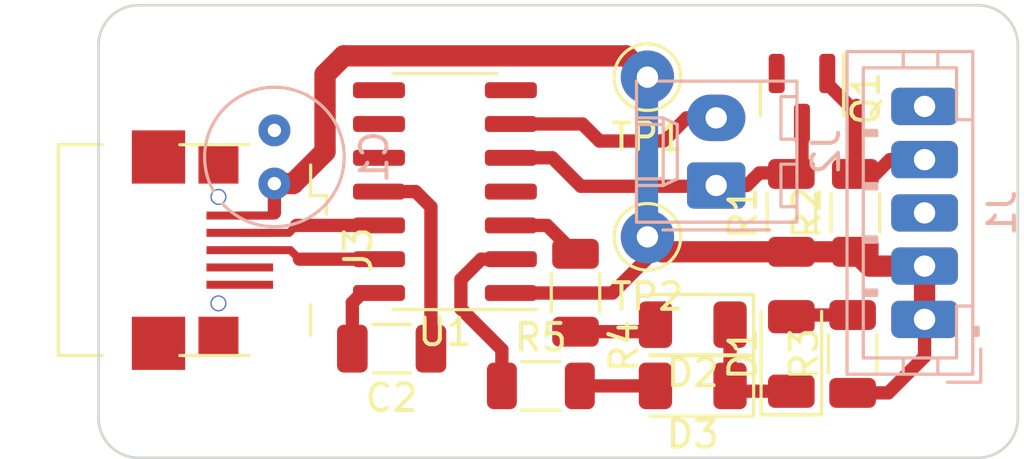
<source format=kicad_pcb>
(kicad_pcb (version 20211014) (generator pcbnew)
  (layers (0 "F.Cu" signal) (31 "B.Cu" signal) (34 "B.Paste" user) (35 "F.Paste" user) (36 "B.SilkS" user "B.Silkscreen") (37 "F.SilkS" user "F.Silkscreen") (38 "B.Mask" user) (39 "F.Mask" user) (44 "Edge.Cuts" user))
  (net 0 "")
  (net 1 "+5V")
  (net 2 "GND")
  (net 3 "Net-(C2-Pad1)")
  (net 4 "Net-(D1-Pad2)")
  (net 5 "Net-(J1-Pad4)")
  (net 6 "Net-(U1-Pad5)")
  (net 7 "Net-(J2-Pad2)")
  (net 8 "Net-(J3-Pad2)")
  (net 9 "Net-(J3-Pad3)")
  (net 16 "Net-(D2-Pad2)")
  (net 17 "Net-(D3-Pad2)")
  (net 18 "Net-(U1-Pad3)")
  (net 19 "Net-(U1-Pad2)")
  (footprint "Connector_Pin:Pin_D1.0mm_L10.0mm" (layer "F.Cu") (at 126.1 103.7)
    (fp_text reference "TP1" (at 0 2.25) (layer "F.SilkS"))
    (fp_text value "TestPoint")
    (fp_circle (center 0 0) (end 1.25 0.05) (layer "F.SilkS") (width 0.12) (fill none))
    (pad "1" thru_hole circle (at 0 0) (size 2 2) (drill 0.8) (layers *.Cu *.Mask) (net 1 "+5V"))
  )
  (footprint "Package_TO_SOT_SMD:SOT-23" (layer "F.Cu") (at 131.9 104.5 -90)
    (fp_text reference "Q1" (at 0 -2.4 90) (layer "F.SilkS"))
    (fp_text value "MMBF170")
    (fp_line (start 0 1.56) (end -0.65 1.56) (layer "F.SilkS") (width 0.12))
    (fp_line (start 0 1.56) (end 0.65 1.56) (layer "F.SilkS") (width 0.12))
    (fp_line (start 0 -1.56) (end -1.675 -1.56) (layer "F.SilkS") (width 0.12))
    (fp_line (start 0 -1.56) (end 0.65 -1.56) (layer "F.SilkS") (width 0.12))
    (pad "1" smd roundrect (at -0.9375 -0.95 270) (size 1.475 0.6) (layers "F.Cu" "F.Paste" "F.Mask") (net 5 "Net-(J1-Pad4)"))
    (pad "2" smd roundrect (at -0.9375 0.95 270) (size 1.475 0.6) (layers "F.Cu" "F.Paste" "F.Mask") (net 2 "GND"))
    (pad "3" smd roundrect (at 0.9375 0 270) (size 1.475 0.6) (layers "F.Cu" "F.Paste" "F.Mask") (net 6 "Net-(U1-Pad5)"))
  )
  (footprint "Connector_USB:USB_Mini-B_Wuerth_65100516121_Horizontal" (layer "F.Cu") (at 110 110.2 -90)
    (fp_text reference "J3" (at 0 -5.25 90) (layer "F.SilkS"))
    (fp_text value "USB_B_Micro")
    (fp_line (start -2.05 -3.46) (end -2.05 -4.05) (layer "F.SilkS") (width 0.12))
    (fp_line (start 3.96 6.01) (end 3.96 4.35) (layer "F.SilkS") (width 0.12))
    (fp_line (start 2.05 -3.46) (end 3.2 -3.46) (layer "F.SilkS") (width 0.12))
    (fp_line (start 3.96 -1.15) (end 3.96 1.45) (layer "F.SilkS") (width 0.12))
    (fp_line (start -3.96 4.35) (end -3.96 6.01) (layer "F.SilkS") (width 0.12))
    (fp_line (start -3.2 -3.46) (end -2.05 -3.46) (layer "F.SilkS") (width 0.12))
    (fp_line (start -2.05 -4.05) (end -1.35 -4.05) (layer "F.SilkS") (width 0.12))
    (fp_line (start -3.96 1.45) (end -3.96 -1.15) (layer "F.SilkS") (width 0.12))
    (fp_line (start -3.96 6.01) (end 3.96 6.01) (layer "F.SilkS") (width 0.12))
    (pad "" np_thru_hole circle (at 2 0 270) (size 0.6 0.6) (drill 0.5) (layers F&B.Cu *.Mask))
    (pad "" np_thru_hole circle (at -2 0 270) (size 0.6 0.6) (drill 0.5) (layers F&B.Cu *.Mask))
    (pad "1" smd rect (at -1.3 -0.8 270) (size 0.3 2.5) (layers "F.Cu" "F.Paste" "F.Mask") (net 1 "+5V"))
    (pad "2" smd rect (at -0.65 -0.8 270) (size 0.3 2.5) (layers "F.Cu" "F.Paste" "F.Mask") (net 8 "Net-(J3-Pad2)"))
    (pad "3" smd rect (at 0 -0.8 270) (size 0.3 2.5) (layers "F.Cu" "F.Paste" "F.Mask") (net 9 "Net-(J3-Pad3)"))
    (pad "4" smd rect (at 0.65 -0.8 270) (size 0.3 2.5) (layers "F.Cu" "F.Paste" "F.Mask"))
    (pad "5" smd rect (at 1.3 -0.8 270) (size 0.3 2.5) (layers "F.Cu" "F.Paste" "F.Mask") (net 2 "GND"))
    (pad "6" smd rect (at 3.25 0 270) (size 1.5 1.5) (layers "F.Cu" "F.Paste" "F.Mask") (net 2 "GND"))
    (pad "6" smd rect (at -3.25 0 270) (size 1.5 1.5) (layers "F.Cu" "F.Paste" "F.Mask") (net 2 "GND"))
    (pad "6" smd rect (at -3.5 2.25 270) (size 2 2) (layers "F.Cu" "F.Paste" "F.Mask") (net 2 "GND"))
    (pad "6" smd rect (at 3.5 2.25 270) (size 2 2) (layers "F.Cu" "F.Paste" "F.Mask") (net 2 "GND"))
  )
  (footprint "LED_SMD:LED_1206_3216Metric" (layer "F.Cu") (at 127.8 115.3 180)
    (fp_text reference "D3" (at 0 -1.82) (layer "F.SilkS"))
    (fp_text value "LED")
    (fp_line (start -2.285 -1.135) (end -2.285 1.135) (layer "F.SilkS") (width 0.12))
    (fp_line (start -2.285 1.135) (end 1.6 1.135) (layer "F.SilkS") (width 0.12))
    (fp_line (start 1.6 -1.135) (end -2.285 -1.135) (layer "F.SilkS") (width 0.12))
    (pad "1" smd roundrect (at -1.4 0 180) (size 1.25 1.75) (layers "F.Cu" "F.Paste" "F.Mask") (roundrect_rratio 0.2) (net 2 "GND"))
    (pad "2" smd roundrect (at 1.4 0 180) (size 1.25 1.75) (layers "F.Cu" "F.Paste" "F.Mask") (roundrect_rratio 0.2) (net 17 "Net-(D3-Pad2)"))
  )
  (footprint "Resistor_SMD:R_1206_3216Metric" (layer "F.Cu") (at 133.9 108.8 90)
    (fp_text reference "R2" (at 0 -1.82 90) (layer "F.SilkS"))
    (fp_text value "10K")
    (fp_line (start -0.727064 -0.91) (end 0.727064 -0.91) (layer "F.SilkS") (width 0.12))
    (fp_line (start -0.727064 0.91) (end 0.727064 0.91) (layer "F.SilkS") (width 0.12))
    (pad "1" smd roundrect (at -1.4625 0 90) (size 1.125 1.75) (layers "F.Cu" "F.Paste" "F.Mask") (roundrect_rratio 0.2222222222) (net 1 "+5V"))
    (pad "2" smd roundrect (at 1.4625 0 90) (size 1.125 1.75) (layers "F.Cu" "F.Paste" "F.Mask") (roundrect_rratio 0.2222222222) (net 5 "Net-(J1-Pad4)"))
  )
  (footprint "Resistor_SMD:R_1206_3216Metric" (layer "F.Cu") (at 122.1 115.3)
    (fp_text reference "R5" (at 0 -1.82) (layer "F.SilkS"))
    (fp_text value "1K")
    (fp_line (start -0.727064 0.91) (end 0.727064 0.91) (layer "F.SilkS") (width 0.12))
    (fp_line (start -0.727064 -0.91) (end 0.727064 -0.91) (layer "F.SilkS") (width 0.12))
    (pad "1" smd roundrect (at -1.4625 0) (size 1.125 1.75) (layers "F.Cu" "F.Paste" "F.Mask") (roundrect_rratio 0.2222222222) (net 19 "Net-(U1-Pad2)"))
    (pad "2" smd roundrect (at 1.4625 0) (size 1.125 1.75) (layers "F.Cu" "F.Paste" "F.Mask") (roundrect_rratio 0.2222222222) (net 17 "Net-(D3-Pad2)"))
  )
  (footprint "Resistor_SMD:R_1206_3216Metric" (layer "F.Cu") (at 123.4 111.8 -90)
    (fp_text reference "R4" (at 2 -1.82 90) (layer "F.SilkS"))
    (fp_text value "1K")
    (fp_line (start -0.727064 0.91) (end 0.727064 0.91) (layer "F.SilkS") (width 0.12))
    (fp_line (start -0.727064 -0.91) (end 0.727064 -0.91) (layer "F.SilkS") (width 0.12))
    (pad "1" smd roundrect (at -1.4625 0 270) (size 1.125 1.75) (layers "F.Cu" "F.Paste" "F.Mask") (roundrect_rratio 0.2222222222) (net 18 "Net-(U1-Pad3)"))
    (pad "2" smd roundrect (at 1.4625 0 270) (size 1.125 1.75) (layers "F.Cu" "F.Paste" "F.Mask") (roundrect_rratio 0.2222222222) (net 16 "Net-(D2-Pad2)"))
  )
  (footprint "LED_SMD:LED_1206_3216Metric" (layer "F.Cu") (at 131.5 114.1 90)
    (fp_text reference "D1" (at 0 -1.82 90) (layer "F.SilkS"))
    (fp_text value "LED")
    (fp_line (start -2.285 1.135) (end 1.6 1.135) (layer "F.SilkS") (width 0.12))
    (fp_line (start -2.285 -1.135) (end -2.285 1.135) (layer "F.SilkS") (width 0.12))
    (fp_line (start 1.6 -1.135) (end -2.285 -1.135) (layer "F.SilkS") (width 0.12))
    (pad "1" smd roundrect (at -1.4 0 90) (size 1.25 1.75) (layers "F.Cu" "F.Paste" "F.Mask") (roundrect_rratio 0.2) (net 2 "GND"))
    (pad "2" smd roundrect (at 1.4 0 90) (size 1.25 1.75) (layers "F.Cu" "F.Paste" "F.Mask") (roundrect_rratio 0.2) (net 4 "Net-(D1-Pad2)"))
  )
  (footprint "LED_SMD:LED_1206_3216Metric" (layer "F.Cu") (at 127.8 113 180)
    (fp_text reference "D2" (at 0 -1.82) (layer "F.SilkS"))
    (fp_text value "LED")
    (fp_line (start -2.285 1.135) (end 1.6 1.135) (layer "F.SilkS") (width 0.12))
    (fp_line (start -2.285 -1.135) (end -2.285 1.135) (layer "F.SilkS") (width 0.12))
    (fp_line (start 1.6 -1.135) (end -2.285 -1.135) (layer "F.SilkS") (width 0.12))
    (pad "1" smd roundrect (at -1.4 0 180) (size 1.25 1.75) (layers "F.Cu" "F.Paste" "F.Mask") (roundrect_rratio 0.2) (net 2 "GND"))
    (pad "2" smd roundrect (at 1.4 0 180) (size 1.25 1.75) (layers "F.Cu" "F.Paste" "F.Mask") (roundrect_rratio 0.2) (net 16 "Net-(D2-Pad2)"))
  )
  (footprint "Capacitor_SMD:C_1206_3216Metric" (layer "F.Cu") (at 116.5 113.9 180)
    (fp_text reference "C2" (at 0 -1.85) (layer "F.SilkS"))
    (fp_text value "330n")
    (fp_line (start -0.711252 0.91) (end 0.711252 0.91) (layer "F.SilkS") (width 0.12))
    (fp_line (start -0.711252 -0.91) (end 0.711252 -0.91) (layer "F.SilkS") (width 0.12))
    (pad "1" smd roundrect (at -1.475 0 180) (size 1.15 1.8) (layers "F.Cu" "F.Paste" "F.Mask") (roundrect_rratio 0.2173913043) (net 3 "Net-(C2-Pad1)"))
    (pad "2" smd roundrect (at 1.475 0 180) (size 1.15 1.8) (layers "F.Cu" "F.Paste" "F.Mask") (roundrect_rratio 0.2173913043) (net 2 "GND"))
  )
  (footprint "Resistor_SMD:R_1206_3216Metric" (layer "F.Cu") (at 133.8 114.1 90)
    (fp_text reference "R3" (at 0 -1.82 90) (layer "F.SilkS"))
    (fp_text value "2k2")
    (fp_line (start -0.727064 0.91) (end 0.727064 0.91) (layer "F.SilkS") (width 0.12))
    (fp_line (start -0.727064 -0.91) (end 0.727064 -0.91) (layer "F.SilkS") (width 0.12))
    (pad "1" smd roundrect (at -1.4625 0 90) (size 1.125 1.75) (layers "F.Cu" "F.Paste" "F.Mask") (roundrect_rratio 0.2222222222) (net 1 "+5V"))
    (pad "2" smd roundrect (at 1.4625 0 90) (size 1.125 1.75) (layers "F.Cu" "F.Paste" "F.Mask") (roundrect_rratio 0.2222222222) (net 4 "Net-(D1-Pad2)"))
  )
  (footprint "Package_SO:SOIC-14_3.9x8.7mm_P1.27mm" (layer "F.Cu") (at 118.5 108 180)
    (fp_text reference "U1" (at 0 -5.28) (layer "F.SilkS"))
    (fp_text value "MCP2221AxSL")
    (fp_line (start 0 4.435) (end 1.95 4.435) (layer "F.SilkS") (width 0.12))
    (fp_line (start 0 -4.435) (end 1.95 -4.435) (layer "F.SilkS") (width 0.12))
    (fp_line (start 0 4.435) (end -1.95 4.435) (layer "F.SilkS") (width 0.12))
    (fp_line (start 0 -4.435) (end -3.45 -4.435) (layer "F.SilkS") (width 0.12))
    (pad "1" smd roundrect (at -2.475 -3.81 180) (size 1.95 0.6) (layers "F.Cu" "F.Paste" "F.Mask") (net 1 "+5V"))
    (pad "2" smd roundrect (at -2.475 -2.54 180) (size 1.95 0.6) (layers "F.Cu" "F.Paste" "F.Mask") (net 19 "Net-(U1-Pad2)"))
    (pad "3" smd roundrect (at -2.475 -1.27 180) (size 1.95 0.6) (layers "F.Cu" "F.Paste" "F.Mask") (net 18 "Net-(U1-Pad3)"))
    (pad "4" smd roundrect (at -2.475 0 180) (size 1.95 0.6) (layers "F.Cu" "F.Paste" "F.Mask"))
    (pad "5" smd roundrect (at -2.475 1.27 180) (size 1.95 0.6) (layers "F.Cu" "F.Paste" "F.Mask") (net 6 "Net-(U1-Pad5)"))
    (pad "6" smd roundrect (at -2.475 2.54 180) (size 1.95 0.6) (layers "F.Cu" "F.Paste" "F.Mask") (net 7 "Net-(J2-Pad2)"))
    (pad "7" smd roundrect (at -2.475 3.81 180) (size 1.95 0.6) (layers "F.Cu" "F.Paste" "F.Mask"))
    (pad "8" smd roundrect (at 2.475 3.81 180) (size 1.95 0.6) (layers "F.Cu" "F.Paste" "F.Mask"))
    (pad "9" smd roundrect (at 2.475 2.54 180) (size 1.95 0.6) (layers "F.Cu" "F.Paste" "F.Mask"))
    (pad "10" smd roundrect (at 2.475 1.27 180) (size 1.95 0.6) (layers "F.Cu" "F.Paste" "F.Mask"))
    (pad "11" smd roundrect (at 2.475 0 180) (size 1.95 0.6) (layers "F.Cu" "F.Paste" "F.Mask") (net 3 "Net-(C2-Pad1)"))
    (pad "12" smd roundrect (at 2.475 -1.27 180) (size 1.95 0.6) (layers "F.Cu" "F.Paste" "F.Mask") (net 8 "Net-(J3-Pad2)"))
    (pad "13" smd roundrect (at 2.475 -2.54 180) (size 1.95 0.6) (layers "F.Cu" "F.Paste" "F.Mask") (net 9 "Net-(J3-Pad3)"))
    (pad "14" smd roundrect (at 2.475 -3.81 180) (size 1.95 0.6) (layers "F.Cu" "F.Paste" "F.Mask") (net 2 "GND"))
  )
  (footprint "Resistor_SMD:R_1206_3216Metric" (layer "F.Cu") (at 131.5 108.8 90)
    (fp_text reference "R1" (at 0 -1.82 90) (layer "F.SilkS"))
    (fp_text value "10K")
    (fp_line (start -0.727064 -0.91) (end 0.727064 -0.91) (layer "F.SilkS") (width 0.12))
    (fp_line (start -0.727064 0.91) (end 0.727064 0.91) (layer "F.SilkS") (width 0.12))
    (pad "1" smd roundrect (at -1.4625 0 90) (size 1.125 1.75) (layers "F.Cu" "F.Paste" "F.Mask") (roundrect_rratio 0.2222222222) (net 1 "+5V"))
    (pad "2" smd roundrect (at 1.4625 0 90) (size 1.125 1.75) (layers "F.Cu" "F.Paste" "F.Mask") (roundrect_rratio 0.2222222222) (net 6 "Net-(U1-Pad5)"))
  )
  (footprint "Connector_Pin:Pin_D1.0mm_L10.0mm" (layer "F.Cu") (at 126.1 109.7)
    (fp_text reference "TP2" (at 0 2.25) (layer "F.SilkS"))
    (fp_text value "TestPoint")
    (fp_circle (center 0 0) (end 1.25 0.05) (layer "F.SilkS") (width 0.12) (fill none))
    (pad "1" thru_hole circle (at 0 0) (size 2 2) (drill 0.8) (layers *.Cu *.Mask) (net 1 "+5V"))
  )
  (footprint "Connector_JST:JST_PH_B5B-PH-K_1x05_P2.00mm_Vertical" (layer "B.Cu") (at 136.5 112.8 90)
    (fp_text reference "J1" (at 4 2.9 90) (layer "B.SilkS") (effects (justify mirror)))
    (fp_text value "Conn_01x05")
    (fp_line (start 4.9 -1.8) (end 5.1 -1.8) (layer "B.SilkS") (width 0.12))
    (fp_line (start 3.1 -1.8) (end 3.1 -2.3) (layer "B.SilkS") (width 0.12))
    (fp_line (start -2.36 2.11) (end -2.36 0.86) (layer "B.SilkS") (width 0.12))
    (fp_line (start 1 -2.3) (end 1 -1.8) (layer "B.SilkS") (width 0.12))
    (fp_line (start 6.9 -2.3) (end 6.9 -1.8) (layer "B.SilkS") (width 0.12))
    (fp_line (start 0.5 1.81) (end 0.5 1.2) (layer "B.SilkS") (width 0.12))
    (fp_line (start -2.06 0.5) (end -1.45 0.5) (layer "B.SilkS") (width 0.12))
    (fp_line (start 1.1 -1.8) (end 1.1 -2.3) (layer "B.SilkS") (width 0.12))
    (fp_line (start 3 -2.3) (end 3 -1.8) (layer "B.SilkS") (width 0.12))
    (fp_line (start 7.1 -1.8) (end 7.1 -2.3) (layer "B.SilkS") (width 0.12))
    (fp_line (start 7.5 1.2) (end 7.5 1.81) (layer "B.SilkS") (width 0.12))
    (fp_line (start 10.06 -0.8) (end 9.45 -0.8) (layer "B.SilkS") (width 0.12))
    (fp_line (start 9.45 -2.3) (end 9.45 1.2) (layer "B.SilkS") (width 0.12))
    (fp_line (start 4.9 -2.3) (end 4.9 -1.8) (layer "B.SilkS") (width 0.12))
    (fp_line (start -2.06 -2.91) (end 10.06 -2.91) (layer "B.SilkS") (width 0.12))
    (fp_line (start -1.11 2.11) (end -2.36 2.11) (layer "B.SilkS") (width 0.12))
    (fp_line (start -2.06 -0.8) (end -1.45 -0.8) (layer "B.SilkS") (width 0.12))
    (fp_line (start -1.45 -2.3) (end 9.45 -2.3) (layer "B.SilkS") (width 0.12))
    (fp_line (start 10.06 1.81) (end -2.06 1.81) (layer "B.SilkS") (width 0.12))
    (fp_line (start 5 -2.3) (end 5 -1.8) (layer "B.SilkS") (width 0.12))
    (fp_line (start 2.9 -2.3) (end 2.9 -1.8) (layer "B.SilkS") (width 0.12))
    (fp_line (start 0.9 -1.8) (end 1.1 -1.8) (layer "B.SilkS") (width 0.12))
    (fp_line (start -0.3 1.81) (end -0.3 2.01) (layer "B.SilkS") (width 0.12))
    (fp_line (start -0.3 1.91) (end -0.6 1.91) (layer "B.SilkS") (width 0.12))
    (fp_line (start 0.9 -2.3) (end 0.9 -1.8) (layer "B.SilkS") (width 0.12))
    (fp_line (start 7 -2.3) (end 7 -1.8) (layer "B.SilkS") (width 0.12))
    (fp_line (start -1.45 1.2) (end -1.45 -2.3) (layer "B.SilkS") (width 0.12))
    (fp_line (start 2.9 -1.8) (end 3.1 -1.8) (layer "B.SilkS") (width 0.12))
    (fp_line (start 10.06 0.5) (end 9.45 0.5) (layer "B.SilkS") (width 0.12))
    (fp_line (start 5.1 -1.8) (end 5.1 -2.3) (layer "B.SilkS") (width 0.12))
    (fp_line (start -0.3 2.01) (end -0.6 2.01) (layer "B.SilkS") (width 0.12))
    (fp_line (start -2.06 1.81) (end -2.06 -2.91) (layer "B.SilkS") (width 0.12))
    (fp_line (start 10.06 -2.91) (end 10.06 1.81) (layer "B.SilkS") (width 0.12))
    (fp_line (start 9.45 1.2) (end 7.5 1.2) (layer "B.SilkS") (width 0.12))
    (fp_line (start -0.6 2.01) (end -0.6 1.81) (layer "B.SilkS") (width 0.12))
    (fp_line (start 0.5 1.2) (end -1.45 1.2) (layer "B.SilkS") (width 0.12))
    (fp_line (start 6.9 -1.8) (end 7.1 -1.8) (layer "B.SilkS") (width 0.12))
    (pad "1" thru_hole roundrect (at 0 0 90) (size 1.4 2.5) (drill 0.8) (layers *.Cu *.Mask) (roundrect_rratio 0.2083328571) (net 1 "+5V"))
    (pad "2" thru_hole roundrect (at 2 0 90) (size 1.4 2.5) (drill 0.8) (layers *.Cu *.Mask) (roundrect_rratio 0.2083328571) (net 1 "+5V"))
    (pad "3" thru_hole roundrect (at 4 0 90) (size 1.4 2.5) (drill 0.8) (layers *.Cu *.Mask) (roundrect_rratio 0.2083328571) (net 2 "GND"))
    (pad "4" thru_hole roundrect (at 6 0 90) (size 1.4 2.5) (drill 0.8) (layers *.Cu *.Mask) (roundrect_rratio 0.2083328571) (net 5 "Net-(J1-Pad4)"))
    (pad "5" thru_hole roundrect (at 8 0 90) (size 1.4 2.5) (drill 0.8) (layers *.Cu *.Mask) (roundrect_rratio 0.2083328571) (net 2 "GND"))
  )
  (footprint "Connector_Molex:Molex_KK-254_AE-6410-02A_1x02_P2.54mm_Vertical" (layer "B.Cu") (at 128.68 107.77 90)
    (fp_text reference "J2" (at 1.27 4.12 90) (layer "B.SilkS") (effects (justify mirror)))
    (fp_text value "Conn_01x02")
    (fp_line (start -1.67 2) (end -1.67 -2) (layer "B.SilkS") (width 0.12))
    (fp_line (start 0 -2.99) (end 0 -1.99) (layer "B.SilkS") (width 0.12))
    (fp_line (start -0.8 3.03) (end -0.8 2.43) (layer "B.SilkS") (width 0.12))
    (fp_line (start -0.8 2.43) (end 0.8 2.43) (layer "B.SilkS") (width 0.12))
    (fp_line (start 2.29 -2.99) (end 2.29 -1.99) (layer "B.SilkS") (width 0.12))
    (fp_line (start -1.38 3.03) (end -1.38 -2.99) (layer "B.SilkS") (width 0.12))
    (fp_line (start 2.29 -1.46) (end 2.54 -1.99) (layer "B.SilkS") (width 0.12))
    (fp_line (start 0.25 -2.99) (end 0.25 -1.99) (layer "B.SilkS") (width 0.12))
    (fp_line (start 2.54 -1.99) (end 2.54 -2.99) (layer "B.SilkS") (width 0.12))
    (fp_line (start 0.8 2.43) (end 0.8 3.03) (layer "B.SilkS") (width 0.12))
    (fp_line (start 3.92 3.03) (end -1.38 3.03) (layer "B.SilkS") (width 0.12))
    (fp_line (start 0.25 -1.46) (end 2.29 -1.46) (layer "B.SilkS") (width 0.12))
    (fp_line (start 3.34 2.43) (end 3.34 3.03) (layer "B.SilkS") (width 0.12))
    (fp_line (start 3.92 -2.99) (end 3.92 3.03) (layer "B.SilkS") (width 0.12))
    (fp_line (start 0 -1.99) (end 0.25 -1.46) (layer "B.SilkS") (width 0.12))
    (fp_line (start 1.74 2.43) (end 3.34 2.43) (layer "B.SilkS") (width 0.12))
    (fp_line (start 1.74 3.03) (end 1.74 2.43) (layer "B.SilkS") (width 0.12))
    (fp_line (start 0 -1.99) (end 2.54 -1.99) (layer "B.SilkS") (width 0.12))
    (fp_line (start -1.38 -2.99) (end 3.92 -2.99) (layer "B.SilkS") (width 0.12))
    (pad "1" thru_hole roundrect (at 0 0 90) (size 1.74 2.19) (drill 0.8) (layers *.Cu *.Mask) (roundrect_rratio 0.1436781609) (net 6 "Net-(U1-Pad5)"))
    (pad "2" thru_hole oval (at 2.54 0 90) (size 1.74 2.19) (drill 0.8) (layers *.Cu *.Mask) (net 7 "Net-(J2-Pad2)"))
  )
  (footprint "Capacitor_THT:C_Radial_D5.0mm_H5.0mm_P2.00mm" (layer "B.Cu") (at 112.1 107.7 90)
    (fp_text reference "C1" (at 1 3.75 90) (layer "B.SilkS") (effects (justify mirror)))
    (fp_text value "2u2")
    (fp_circle (center 1 0) (end 3.62 0) (layer "B.SilkS") (width 0.12) (fill none))
    (pad "1" thru_hole circle (at 0 0 90) (size 1.2 1.2) (drill 0.5) (layers *.Cu *.Mask) (net 1 "+5V"))
    (pad "2" thru_hole circle (at 2 0 90) (size 1.2 1.2) (drill 0.5) (layers *.Cu *.Mask) (net 2 "GND"))
  )
  (gr_arc (start 140 116.5) (mid 139.56066 117.56066) (end 138.5 118) (layer "Edge.Cuts") (width 0.1))
  (gr_line (start 140 102.5) (end 140 116.5) (layer "Edge.Cuts") (width 0.1))
  (gr_arc (start 107.06066 118) (mid 105.960141 117.582761) (end 105.498774 116.5) (layer "Edge.Cuts") (width 0.1))
  (gr_arc (start 138.5 101) (mid 139.56066 101.43934) (end 140 102.5) (layer "Edge.Cuts") (width 0.1))
  (gr_line (start 107 101) (end 138.5 101) (layer "Edge.Cuts") (width 0.1))
  (gr_arc (start 105.5 102.5) (mid 105.93934 101.43934) (end 107 101) (layer "Edge.Cuts") (width 0.1))
  (gr_line (start 105.5 102.5) (end 105.5 116.5) (layer "Edge.Cuts") (width 0.1))
  (gr_line (start 138.5 118) (end 107.06066 118) (layer "Edge.Cuts") (width 0.1))
  (segment (start 126.1 110.5) (end 126.1 109.7) (width 0.5) (layer "F.Cu") (net 1))
  (segment (start 124.79 111.81) (end 126.1 110.5) (width 0.5) (layer "F.Cu") (net 1))
  (segment (start 120.975 111.81) (end 124.79 111.81) (width 0.5) (layer "F.Cu") (net 1))
  (segment (start 112.8 107.7) (end 114 106.5) (width 0.8) (layer "F.Cu") (net 1))
  (segment (start 136.5 110.8) (end 136.5 112.8) (width 0.8) (layer "F.Cu") (net 1))
  (segment (start 136.5 110.8) (end 134.4375 110.8) (width 0.8) (layer "F.Cu") (net 1))
  (segment (start 134.4375 110.8) (end 133.9 110.2625) (width 0.8) (layer "F.Cu") (net 1))
  (segment (start 126.1 109.7) (end 126.6625 110.2625) (width 0.8) (layer "F.Cu") (net 1))
  (segment (start 110.8 108.9) (end 112 108.9) (width 0.3) (layer "F.Cu") (net 1))
  (segment (start 114.7 102.9) (end 125.3 102.9) (width 0.8) (layer "F.Cu") (net 1))
  (segment (start 112.1 107.7) (end 112.8 107.7) (width 0.8) (layer "F.Cu") (net 1))
  (segment (start 125.3 102.9) (end 126.1 103.7) (width 0.8) (layer "F.Cu") (net 1))
  (segment (start 112 108.9) (end 112.1 108.8) (width 0.3) (layer "F.Cu") (net 1))
  (segment (start 136.5 114.2) (end 135.1375 115.5625) (width 0.5) (layer "F.Cu") (net 1))
  (segment (start 114 103.6) (end 114.7 102.9) (width 0.8) (layer "F.Cu") (net 1))
  (segment (start 136.5 112.8) (end 136.5 114.2) (width 0.5) (layer "F.Cu") (net 1))
  (segment (start 131.5 110.2625) (end 133.9 110.2625) (width 0.8) (layer "F.Cu") (net 1))
  (segment (start 112.1 108.8) (end 112.1 107.7) (width 0.5) (layer "F.Cu") (net 1))
  (segment (start 135.1375 115.5625) (end 133.8 115.5625) (width 0.5) (layer "F.Cu") (net 1))
  (segment (start 114 106.5) (end 114 103.6) (width 0.8) (layer "F.Cu") (net 1))
  (segment (start 126.6625 110.2625) (end 131.5 110.2625) (width 0.8) (layer "F.Cu") (net 1))
  (segment (start 126.1 109.7) (end 126.1 103.7) (width 0.8) (layer "B.Cu") (net 1))
  (segment (start 129.2 113) (end 129.2 115.3) (width 0.5) (layer "F.Cu") (net 2))
  (segment (start 115.39 111.81) (end 115.025 112.175) (width 0.5) (layer "F.Cu") (net 2))
  (segment (start 131.5 115.5) (end 129.4 115.5) (width 0.5) (layer "F.Cu") (net 2))
  (segment (start 115.025 112.175) (end 115.025 113.9) (width 0.5) (layer "F.Cu") (net 2))
  (segment (start 129.4 115.5) (end 129.2 115.3) (width 0.5) (layer "F.Cu") (net 2))
  (segment (start 116.025 111.81) (end 115.39 111.81) (width 0.5) (layer "F.Cu") (net 2))
  (segment (start 117.975 108.575) (end 117.4 108) (width 0.5) (layer "F.Cu") (net 3))
  (segment (start 117.975 113.9) (end 117.975 108.575) (width 0.5) (layer "F.Cu") (net 3))
  (segment (start 117.975 113.9) (end 117.975 113.525) (width 0.5) (layer "F.Cu") (net 3))
  (segment (start 117.975 113.525) (end 118.1 113.4) (width 0.5) (layer "F.Cu") (net 3))
  (segment (start 117.4 108) (end 116.025 108) (width 0.5) (layer "F.Cu") (net 3))
  (segment (start 131.5625 112.6375) (end 131.5 112.7) (width 0.5) (layer "F.Cu") (net 4))
  (segment (start 133.8 112.6375) (end 131.5625 112.6375) (width 0.5) (layer "F.Cu") (net 4))
  (segment (start 134.6625 107.3375) (end 135.2 106.8) (width 0.5) (layer "F.Cu") (net 5))
  (segment (start 135.2 106.8) (end 136.5 106.8) (width 0.5) (layer "F.Cu") (net 5))
  (segment (start 133.9 105) (end 132.85 103.95) (width 0.5) (layer "F.Cu") (net 5))
  (segment (start 133.9 107.3375) (end 133.9 105) (width 0.5) (layer "F.Cu") (net 5))
  (segment (start 133.9 107.3375) (end 134.6625 107.3375) (width 0.5) (layer "F.Cu") (net 5))
  (segment (start 133.95 105.15) (end 133.95 104.7625) (width 0.5) (layer "F.Cu") (net 5))
  (segment (start 128.68 107.77) (end 129.83 107.77) (width 0.5) (layer "F.Cu") (net 6))
  (segment (start 128.65 107.8) (end 128.68 107.77) (width 0.5) (layer "F.Cu") (net 6))
  (segment (start 129.83 107.77) (end 130.3 107.3) (width 0.5) (layer "F.Cu") (net 6))
  (segment (start 131.9 105.4375) (end 131.9 106.9375) (width 0.5) (layer "F.Cu") (net 6))
  (segment (start 123.6 107.8) (end 128.65 107.8) (width 0.5) (layer "F.Cu") (net 6))
  (segment (start 120.975 106.73) (end 122.53 106.73) (width 0.5) (layer "F.Cu") (net 6))
  (segment (start 131.4625 107.3) (end 131.5 107.3375) (width 0.5) (layer "F.Cu") (net 6))
  (segment (start 122.53 106.73) (end 123.6 107.8) (width 0.5) (layer "F.Cu") (net 6))
  (segment (start 130.3 107.3) (end 131.4625 107.3) (width 0.5) (layer "F.Cu") (net 6))
  (segment (start 131.2325 107.07) (end 131.5 107.3375) (width 0.5) (layer "F.Cu") (net 6))
  (segment (start 131.9 106.9375) (end 131.5 107.3375) (width 0.5) (layer "F.Cu") (net 6))
  (segment (start 120.975 105.46) (end 123.66 105.46) (width 0.5) (layer "F.Cu") (net 7))
  (segment (start 127.57 105.23) (end 128.68 105.23) (width 0.5) (layer "F.Cu") (net 7))
  (segment (start 123.66 105.46) (end 124.3 106.1) (width 0.5) (layer "F.Cu") (net 7))
  (segment (start 124.3 106.1) (end 126.7 106.1) (width 0.5) (layer "F.Cu") (net 7))
  (segment (start 126.7 106.1) (end 127.57 105.23) (width 0.5) (layer "F.Cu") (net 7))
  (segment (start 112.93 109.27) (end 116.025 109.27) (width 0.5) (layer "F.Cu") (net 8))
  (segment (start 112.65 109.55) (end 112.93 109.27) (width 0.3) (layer "F.Cu") (net 8))
  (segment (start 110.8 109.55) (end 112.65 109.55) (width 0.3) (layer "F.Cu") (net 8))
  (segment (start 113.04 110.54) (end 116.025 110.54) (width 0.5) (layer "F.Cu") (net 9))
  (segment (start 112.7 110.2) (end 113.04 110.54) (width 0.3) (layer "F.Cu") (net 9))
  (segment (start 110.8 110.2) (end 112.7 110.2) (width 0.3) (layer "F.Cu") (net 9))
  (segment (start 126.1375 113.2625) (end 126.4 113) (width 0.5) (layer "F.Cu") (net 16))
  (segment (start 123.4 113.2625) (end 126.1375 113.2625) (width 0.5) (layer "F.Cu") (net 16))
  (segment (start 123.5625 115.3) (end 126.4 115.3) (width 0.5) (layer "F.Cu") (net 17))
  (segment (start 120.975 109.27) (end 122.3325 109.27) (width 0.5) (layer "F.Cu") (net 18))
  (segment (start 122.3325 109.27) (end 123.4 110.3375) (width 0.5) (layer "F.Cu") (net 18))
  (segment (start 119.1 112.4) (end 120.6375 113.9375) (width 0.5) (layer "F.Cu") (net 19))
  (segment (start 119.86 110.54) (end 119.1 111.3) (width 0.5) (layer "F.Cu") (net 19))
  (segment (start 120.975 110.54) (end 119.86 110.54) (width 0.5) (layer "F.Cu") (net 19))
  (segment (start 120.6375 113.9375) (end 120.6375 115.3) (width 0.5) (layer "F.Cu") (net 19))
  (segment (start 119.1 111.3) (end 119.1 112.4) (width 0.5) (layer "F.Cu") (net 19))
)
</source>
